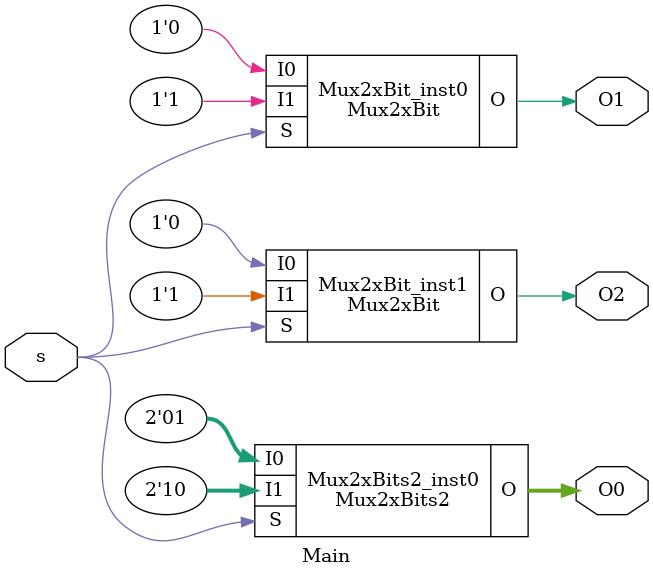
<source format=v>
module Mux2xBits2 (
    input [1:0] I0,
    input [1:0] I1,
    input S,
    output [1:0] O
);
reg [1:0] mux_out;
always @(*) begin
if (S == 0) begin
    mux_out = I0;
end else begin
    mux_out = I1;
end
end

assign O = mux_out;
endmodule

module Mux2xBit (
    input I0,
    input I1,
    input S,
    output O
);
reg [0:0] mux_out;
always @(*) begin
if (S == 0) begin
    mux_out = I0;
end else begin
    mux_out = I1;
end
end

assign O = mux_out[0];
endmodule

module Main (
    input s,
    output [1:0] O0,
    output O1,
    output O2
);
Mux2xBit Mux2xBit_inst0 (
    .I0(1'b0),
    .I1(1'b1),
    .S(s),
    .O(O1)
);
Mux2xBit Mux2xBit_inst1 (
    .I0(1'b0),
    .I1(1'b1),
    .S(s),
    .O(O2)
);
Mux2xBits2 Mux2xBits2_inst0 (
    .I0(2'h1),
    .I1(2'h2),
    .S(s),
    .O(O0)
);
endmodule


</source>
